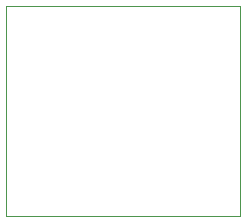
<source format=gbr>
G04 (created by PCBNEW (2013-jul-07)-stable) date Sun 10 Jul 2016 10:25:08 PM EDT*
%MOIN*%
G04 Gerber Fmt 3.4, Leading zero omitted, Abs format*
%FSLAX34Y34*%
G01*
G70*
G90*
G04 APERTURE LIST*
%ADD10C,0.00590551*%
%ADD11C,0.00393701*%
G04 APERTURE END LIST*
G54D10*
G54D11*
X14200Y-19100D02*
X22000Y-19100D01*
X22000Y-12100D02*
X22000Y-19100D01*
X14200Y-12100D02*
X22000Y-12100D01*
X14200Y-19100D02*
X14200Y-12100D01*
M02*

</source>
